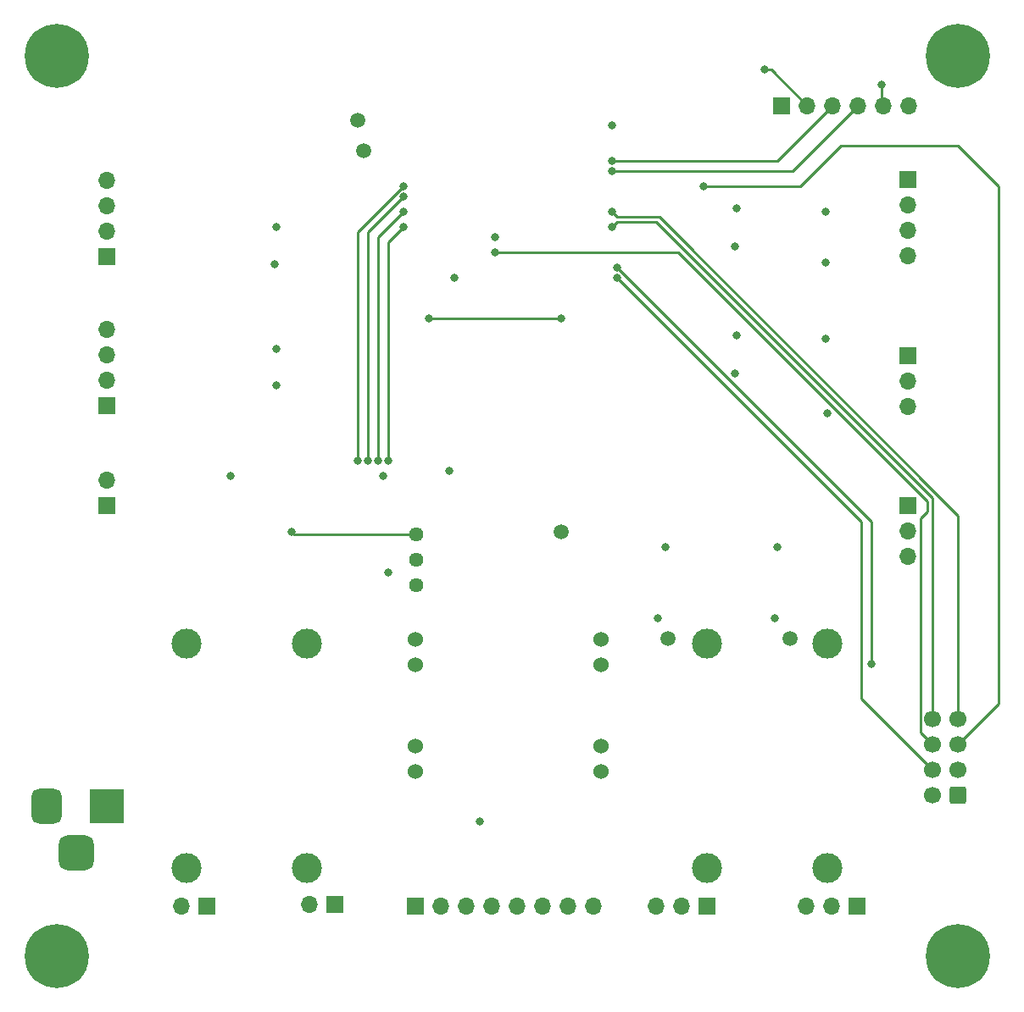
<source format=gbl>
G04 #@! TF.GenerationSoftware,KiCad,Pcbnew,6.0.7-f9a2dced07~116~ubuntu22.04.1*
G04 #@! TF.CreationDate,2022-09-08T14:06:49+01:00*
G04 #@! TF.ProjectId,rLab_Door,724c6162-5f44-46f6-9f72-2e6b69636164,rev?*
G04 #@! TF.SameCoordinates,Original*
G04 #@! TF.FileFunction,Copper,L4,Bot*
G04 #@! TF.FilePolarity,Positive*
%FSLAX46Y46*%
G04 Gerber Fmt 4.6, Leading zero omitted, Abs format (unit mm)*
G04 Created by KiCad (PCBNEW 6.0.7-f9a2dced07~116~ubuntu22.04.1) date 2022-09-08 14:06:49*
%MOMM*%
%LPD*%
G01*
G04 APERTURE LIST*
G04 Aperture macros list*
%AMRoundRect*
0 Rectangle with rounded corners*
0 $1 Rounding radius*
0 $2 $3 $4 $5 $6 $7 $8 $9 X,Y pos of 4 corners*
0 Add a 4 corners polygon primitive as box body*
4,1,4,$2,$3,$4,$5,$6,$7,$8,$9,$2,$3,0*
0 Add four circle primitives for the rounded corners*
1,1,$1+$1,$2,$3*
1,1,$1+$1,$4,$5*
1,1,$1+$1,$6,$7*
1,1,$1+$1,$8,$9*
0 Add four rect primitives between the rounded corners*
20,1,$1+$1,$2,$3,$4,$5,0*
20,1,$1+$1,$4,$5,$6,$7,0*
20,1,$1+$1,$6,$7,$8,$9,0*
20,1,$1+$1,$8,$9,$2,$3,0*%
G04 Aperture macros list end*
G04 #@! TA.AperFunction,ComponentPad*
%ADD10C,3.000000*%
G04 #@! TD*
G04 #@! TA.AperFunction,ComponentPad*
%ADD11C,1.440000*%
G04 #@! TD*
G04 #@! TA.AperFunction,ComponentPad*
%ADD12R,1.700000X1.700000*%
G04 #@! TD*
G04 #@! TA.AperFunction,ComponentPad*
%ADD13O,1.700000X1.700000*%
G04 #@! TD*
G04 #@! TA.AperFunction,ComponentPad*
%ADD14C,0.800000*%
G04 #@! TD*
G04 #@! TA.AperFunction,ComponentPad*
%ADD15C,6.400000*%
G04 #@! TD*
G04 #@! TA.AperFunction,ComponentPad*
%ADD16C,1.524000*%
G04 #@! TD*
G04 #@! TA.AperFunction,ComponentPad*
%ADD17R,3.500000X3.500000*%
G04 #@! TD*
G04 #@! TA.AperFunction,ComponentPad*
%ADD18RoundRect,0.750000X-0.750000X-1.000000X0.750000X-1.000000X0.750000X1.000000X-0.750000X1.000000X0*%
G04 #@! TD*
G04 #@! TA.AperFunction,ComponentPad*
%ADD19RoundRect,0.875000X-0.875000X-0.875000X0.875000X-0.875000X0.875000X0.875000X-0.875000X0.875000X0*%
G04 #@! TD*
G04 #@! TA.AperFunction,ComponentPad*
%ADD20RoundRect,0.250000X0.600000X0.600000X-0.600000X0.600000X-0.600000X-0.600000X0.600000X-0.600000X0*%
G04 #@! TD*
G04 #@! TA.AperFunction,ComponentPad*
%ADD21C,1.700000*%
G04 #@! TD*
G04 #@! TA.AperFunction,ViaPad*
%ADD22C,0.800000*%
G04 #@! TD*
G04 #@! TA.AperFunction,ViaPad*
%ADD23C,1.500000*%
G04 #@! TD*
G04 #@! TA.AperFunction,Conductor*
%ADD24C,0.250000*%
G04 #@! TD*
G04 APERTURE END LIST*
D10*
G04 #@! TO.P,F3,1*
G04 #@! TO.N,OPEN_1_12*
X170000000Y-136250000D03*
G04 #@! TO.P,F3,2*
G04 #@! TO.N,Net-(F3-Pad2)*
X170000000Y-113750000D03*
G04 #@! TD*
D11*
G04 #@! TO.P,RV1,1,1*
G04 #@! TO.N,Net-(R3-Pad2)*
X140970000Y-102860000D03*
G04 #@! TO.P,RV1,2,2*
X140970000Y-105400000D03*
G04 #@! TO.P,RV1,3,3*
G04 #@! TO.N,GND*
X140970000Y-107940000D03*
G04 #@! TD*
D12*
G04 #@! TO.P,J11,1,Pin_1*
G04 #@! TO.N,+3V3*
X177460000Y-60000000D03*
D13*
G04 #@! TO.P,J11,2,Pin_2*
G04 #@! TO.N,GND*
X180000000Y-60000000D03*
G04 #@! TO.P,J11,3,Pin_3*
G04 #@! TO.N,TXDO_PROG*
X182540000Y-60000000D03*
G04 #@! TO.P,J11,4,Pin_4*
G04 #@! TO.N,RXDI_PROG*
X185080000Y-60000000D03*
G04 #@! TO.P,J11,5,Pin_5*
G04 #@! TO.N,RESET*
X187620000Y-60000000D03*
G04 #@! TO.P,J11,6,Pin_6*
G04 #@! TO.N,BOOT*
X190160000Y-60000000D03*
G04 #@! TD*
D14*
G04 #@! TO.P,REF\u002A\u002A,1*
G04 #@! TO.N,N/C*
X193302944Y-56697056D03*
X193302944Y-53302944D03*
D15*
X195000000Y-55000000D03*
D14*
X195000000Y-57400000D03*
X195000000Y-52600000D03*
X192600000Y-55000000D03*
X196697056Y-56697056D03*
X197400000Y-55000000D03*
X196697056Y-53302944D03*
G04 #@! TD*
D12*
G04 #@! TO.P,J13,1,Pin_1*
G04 #@! TO.N,V_IN*
X140840000Y-140000000D03*
D13*
G04 #@! TO.P,J13,2,Pin_2*
G04 #@! TO.N,V_BATT*
X143380000Y-140000000D03*
G04 #@! TO.P,J13,3,Pin_3*
G04 #@! TO.N,+5V*
X145920000Y-140000000D03*
G04 #@! TO.P,J13,4,Pin_4*
G04 #@! TO.N,+3V3*
X148460000Y-140000000D03*
G04 #@! TO.P,J13,5,Pin_5*
G04 #@! TO.N,OPEN_1_12*
X151000000Y-140000000D03*
G04 #@! TO.P,J13,6,Pin_6*
G04 #@! TO.N,OPEN_2_12*
X153540000Y-140000000D03*
G04 #@! TO.P,J13,7,Pin_7*
G04 #@! TO.N,GND*
X156080000Y-140000000D03*
G04 #@! TO.P,J13,8,Pin_8*
X158620000Y-140000000D03*
G04 #@! TD*
D12*
G04 #@! TO.P,J9,1,Pin_1*
G04 #@! TO.N,Net-(F1-Pad2)*
X120000000Y-140000000D03*
D13*
G04 #@! TO.P,J9,2,Pin_2*
G04 #@! TO.N,GND*
X117460000Y-140000000D03*
G04 #@! TD*
D12*
G04 #@! TO.P,J1,1,Pin_1*
G04 #@! TO.N,+12V*
X170000000Y-140000000D03*
D13*
G04 #@! TO.P,J1,2,Pin_2*
G04 #@! TO.N,OPEN_1_12*
X167460000Y-140000000D03*
G04 #@! TO.P,J1,3,Pin_3*
G04 #@! TO.N,GND*
X164920000Y-140000000D03*
G04 #@! TD*
D10*
G04 #@! TO.P,F1,1*
G04 #@! TO.N,Net-(D1-Pad2)*
X118000000Y-113750000D03*
G04 #@! TO.P,F1,2*
G04 #@! TO.N,Net-(F1-Pad2)*
X118000000Y-136250000D03*
G04 #@! TD*
D14*
G04 #@! TO.P,REF\u002A\u002A,1*
G04 #@! TO.N,N/C*
X103302944Y-56697056D03*
X106697056Y-56697056D03*
X102600000Y-55000000D03*
D15*
X105000000Y-55000000D03*
D14*
X105000000Y-57400000D03*
X103302944Y-53302944D03*
X107400000Y-55000000D03*
X106697056Y-53302944D03*
X105000000Y-52600000D03*
G04 #@! TD*
D12*
G04 #@! TO.P,J3,1,Pin_1*
G04 #@! TO.N,+5V*
X190000000Y-85000000D03*
D13*
G04 #@! TO.P,J3,2,Pin_2*
G04 #@! TO.N,NPX_1_5*
X190000000Y-87540000D03*
G04 #@! TO.P,J3,3,Pin_3*
G04 #@! TO.N,GND*
X190000000Y-90080000D03*
G04 #@! TD*
D12*
G04 #@! TO.P,J5,1,Pin_1*
G04 #@! TO.N,+5V*
X110000000Y-90000000D03*
D13*
G04 #@! TO.P,J5,2,Pin_2*
G04 #@! TO.N,WG_D1_5*
X110000000Y-87460000D03*
G04 #@! TO.P,J5,3,Pin_3*
G04 #@! TO.N,WG_D0_5*
X110000000Y-84920000D03*
G04 #@! TO.P,J5,4,Pin_4*
G04 #@! TO.N,GND*
X110000000Y-82380000D03*
G04 #@! TD*
D10*
G04 #@! TO.P,F4,1*
G04 #@! TO.N,OPEN_2_12*
X182000000Y-136250000D03*
G04 #@! TO.P,F4,2*
G04 #@! TO.N,Net-(F4-Pad2)*
X182000000Y-113750000D03*
G04 #@! TD*
G04 #@! TO.P,F2,1*
G04 #@! TO.N,V_BATT*
X130000000Y-113750000D03*
G04 #@! TO.P,F2,2*
G04 #@! TO.N,Net-(F2-Pad2)*
X130000000Y-136250000D03*
G04 #@! TD*
D12*
G04 #@! TO.P,J8,1,Pin_1*
G04 #@! TO.N,TAMPER*
X110000000Y-100000000D03*
D13*
G04 #@! TO.P,J8,2,Pin_2*
G04 #@! TO.N,GND*
X110000000Y-97460000D03*
G04 #@! TD*
D12*
G04 #@! TO.P,J7,1,Pin_1*
G04 #@! TO.N,+5V*
X190000000Y-67380000D03*
D13*
G04 #@! TO.P,J7,2,Pin_2*
G04 #@! TO.N,SCL_DISP_5*
X190000000Y-69920000D03*
G04 #@! TO.P,J7,3,Pin_3*
G04 #@! TO.N,SDA_DISP_5*
X190000000Y-72460000D03*
G04 #@! TO.P,J7,4,Pin_4*
G04 #@! TO.N,GND*
X190000000Y-75000000D03*
G04 #@! TD*
D12*
G04 #@! TO.P,J2,1,Pin_1*
G04 #@! TO.N,+12V*
X185000000Y-140000000D03*
D13*
G04 #@! TO.P,J2,2,Pin_2*
G04 #@! TO.N,OPEN_2_12*
X182460000Y-140000000D03*
G04 #@! TO.P,J2,3,Pin_3*
G04 #@! TO.N,GND*
X179920000Y-140000000D03*
G04 #@! TD*
D16*
G04 #@! TO.P,U1,1,IN+*
G04 #@! TO.N,+12V*
X140856000Y-124064000D03*
X140856000Y-126604000D03*
G04 #@! TO.P,U1,2,IN-*
G04 #@! TO.N,GND*
X140856000Y-115936000D03*
X140856000Y-113396000D03*
G04 #@! TO.P,U1,3,OUT+*
G04 #@! TO.N,+5V*
X159398000Y-126604000D03*
X159398000Y-124064000D03*
G04 #@! TO.P,U1,4,OUT-*
G04 #@! TO.N,GND*
X159398000Y-113396000D03*
X159398000Y-115936000D03*
G04 #@! TD*
D12*
G04 #@! TO.P,J6,1,Pin_1*
G04 #@! TO.N,+5V*
X110000000Y-75080000D03*
D13*
G04 #@! TO.P,J6,2,Pin_2*
G04 #@! TO.N,RXDI_NFC_5*
X110000000Y-72540000D03*
G04 #@! TO.P,J6,3,Pin_3*
G04 #@! TO.N,TXDO_NFC_5*
X110000000Y-70000000D03*
G04 #@! TO.P,J6,4,Pin_4*
G04 #@! TO.N,GND*
X110000000Y-67460000D03*
G04 #@! TD*
D14*
G04 #@! TO.P,REF\u002A\u002A,1*
G04 #@! TO.N,N/C*
X195000000Y-142600000D03*
X192600000Y-145000000D03*
X193302944Y-146697056D03*
X196697056Y-146697056D03*
X197400000Y-145000000D03*
X195000000Y-147400000D03*
X196697056Y-143302944D03*
D15*
X195000000Y-145000000D03*
D14*
X193302944Y-143302944D03*
G04 #@! TD*
D17*
G04 #@! TO.P,J14,1*
G04 #@! TO.N,Net-(F1-Pad2)*
X110000000Y-130000000D03*
D18*
G04 #@! TO.P,J14,2*
G04 #@! TO.N,GND*
X104000000Y-130000000D03*
D19*
G04 #@! TO.P,J14,3*
G04 #@! TO.N,N/C*
X107000000Y-134700000D03*
G04 #@! TD*
D12*
G04 #@! TO.P,J4,1,Pin_1*
G04 #@! TO.N,+5V*
X190000000Y-100000000D03*
D13*
G04 #@! TO.P,J4,2,Pin_2*
G04 #@! TO.N,NPX_2_5*
X190000000Y-102540000D03*
G04 #@! TO.P,J4,3,Pin_3*
G04 #@! TO.N,GND*
X190000000Y-105080000D03*
G04 #@! TD*
D20*
G04 #@! TO.P,J12,1,Pin_1*
G04 #@! TO.N,GND*
X195062500Y-128905000D03*
D21*
G04 #@! TO.P,J12,2,Pin_2*
G04 #@! TO.N,+5V*
X192522500Y-128905000D03*
G04 #@! TO.P,J12,3,Pin_3*
G04 #@! TO.N,PI_POWERED*
X195062500Y-126365000D03*
G04 #@! TO.P,J12,4,Pin_4*
G04 #@! TO.N,PI_HEARTBEAT*
X192522500Y-126365000D03*
G04 #@! TO.P,J12,5,Pin_5*
G04 #@! TO.N,PI_OPEN_CMD_1*
X195062500Y-123825000D03*
G04 #@! TO.P,J12,6,Pin_6*
G04 #@! TO.N,PI_OPEN_CMD_2*
X192522500Y-123825000D03*
G04 #@! TO.P,J12,7,Pin_7*
G04 #@! TO.N,RXDI_PI*
X195062500Y-121285000D03*
G04 #@! TO.P,J12,8,Pin_8*
G04 #@! TO.N,TXDO_PI*
X192522500Y-121285000D03*
G04 #@! TD*
D14*
G04 #@! TO.P,REF\u002A\u002A,1*
G04 #@! TO.N,N/C*
X103302944Y-146697056D03*
X105000000Y-147400000D03*
X107400000Y-145000000D03*
D15*
X105000000Y-145000000D03*
D14*
X106697056Y-146697056D03*
X106697056Y-143302944D03*
X105000000Y-142600000D03*
X103302944Y-143302944D03*
X102600000Y-145000000D03*
G04 #@! TD*
D12*
G04 #@! TO.P,J10,1,Pin_1*
G04 #@! TO.N,Net-(F2-Pad2)*
X132847000Y-139897000D03*
D13*
G04 #@! TO.P,J10,2,Pin_2*
G04 #@! TO.N,GND*
X130307000Y-139897000D03*
G04 #@! TD*
D22*
G04 #@! TO.N,+5V*
X181980212Y-90739810D03*
X181864000Y-75692000D03*
X181864000Y-83312000D03*
X138176000Y-106680000D03*
X181864000Y-70612000D03*
G04 #@! TO.N,GND*
X137668000Y-97028000D03*
X148844000Y-73152000D03*
D23*
X135128000Y-61468000D03*
D22*
X160528000Y-61976000D03*
X147320000Y-131572000D03*
X176784000Y-111252000D03*
X122428000Y-97028000D03*
X175768000Y-56388000D03*
X144780000Y-77216000D03*
X165100000Y-111252000D03*
G04 #@! TO.N,+3V3*
X172783000Y-86805000D03*
X172911000Y-82995000D03*
X126939000Y-87945000D03*
X144272000Y-96520000D03*
X126812000Y-75880000D03*
X172783000Y-74105000D03*
D23*
X135685000Y-64467000D03*
D22*
X165824500Y-104140000D03*
X126934000Y-84328000D03*
X127000000Y-72136000D03*
D23*
X155448000Y-102616000D03*
D22*
X177000500Y-104140000D03*
X172911000Y-70295000D03*
G04 #@! TO.N,RESET*
X187452000Y-57912000D03*
D23*
G04 #@! TO.N,+12V*
X178308000Y-113284000D03*
X166116000Y-113284000D03*
D22*
G04 #@! TO.N,TXDO_PROG*
X160528000Y-65532000D03*
G04 #@! TO.N,RXDI_PROG*
X160528000Y-66548000D03*
G04 #@! TO.N,PI_POWERED*
X186436000Y-115824000D03*
X161040299Y-76195701D03*
G04 #@! TO.N,PI_HEARTBEAT*
X161036000Y-77216000D03*
G04 #@! TO.N,PI_OPEN_CMD_1*
X169672000Y-68072000D03*
G04 #@! TO.N,PI_OPEN_CMD_2*
X148844000Y-74676000D03*
G04 #@! TO.N,RXDI_PI*
X160528000Y-70612000D03*
G04 #@! TO.N,TXDO_PI*
X160528000Y-72136000D03*
G04 #@! TO.N,Net-(R3-Pad2)*
X128524000Y-102616000D03*
G04 #@! TO.N,ADC_VIN*
X135128000Y-95504000D03*
X139700000Y-68072000D03*
G04 #@! TO.N,ADC_VBATT*
X136144000Y-95504000D03*
X139704299Y-69092299D03*
G04 #@! TO.N,ADC_V5*
X137160000Y-95504000D03*
X139700000Y-70612000D03*
G04 #@! TO.N,ADC_V3*
X139700000Y-72136000D03*
X138176000Y-95504000D03*
G04 #@! TO.N,OPEN_1*
X142240000Y-81280000D03*
X155448000Y-81280000D03*
G04 #@! TD*
D24*
G04 #@! TO.N,GND*
X176388000Y-56388000D02*
X175768000Y-56388000D01*
X180000000Y-60000000D02*
X176388000Y-56388000D01*
G04 #@! TO.N,RESET*
X187452000Y-57912000D02*
X187452000Y-59832000D01*
X187452000Y-59832000D02*
X187620000Y-60000000D01*
G04 #@! TO.N,TXDO_PROG*
X177008000Y-65532000D02*
X182540000Y-60000000D01*
X160528000Y-65532000D02*
X177008000Y-65532000D01*
G04 #@! TO.N,RXDI_PROG*
X160528000Y-66548000D02*
X178532000Y-66548000D01*
X178532000Y-66548000D02*
X185080000Y-60000000D01*
G04 #@! TO.N,PI_POWERED*
X186436000Y-101591402D02*
X161040299Y-76195701D01*
X186436000Y-115824000D02*
X186436000Y-101591402D01*
G04 #@! TO.N,PI_HEARTBEAT*
X185420000Y-101600000D02*
X185420000Y-119262500D01*
X185420000Y-119262500D02*
X192522500Y-126365000D01*
X161036000Y-77216000D02*
X185420000Y-101600000D01*
G04 #@! TO.N,PI_OPEN_CMD_1*
X169672000Y-68072000D02*
X179324000Y-68072000D01*
X183388000Y-64008000D02*
X195072000Y-64008000D01*
X195072000Y-64008000D02*
X199136000Y-68072000D01*
X199136000Y-119751500D02*
X195062500Y-123825000D01*
X179324000Y-68072000D02*
X183388000Y-64008000D01*
X199136000Y-68072000D02*
X199136000Y-119751500D01*
G04 #@! TO.N,PI_OPEN_CMD_2*
X167132000Y-74676000D02*
X192024000Y-99568000D01*
X192024000Y-99568000D02*
X192024000Y-100584000D01*
X191347500Y-122650000D02*
X192522500Y-123825000D01*
X192024000Y-100584000D02*
X191347500Y-101260500D01*
X191347500Y-101260500D02*
X191347500Y-122650000D01*
X148844000Y-74676000D02*
X167132000Y-74676000D01*
G04 #@! TO.N,RXDI_PI*
X195062500Y-100954810D02*
X195062500Y-121285000D01*
X161036000Y-71120000D02*
X165227690Y-71120000D01*
X165227690Y-71120000D02*
X195062500Y-100954810D01*
X160528000Y-70612000D02*
X161036000Y-71120000D01*
G04 #@! TO.N,TXDO_PI*
X192522500Y-121285000D02*
X192522500Y-99240655D01*
X192522500Y-99240655D02*
X164909845Y-71628000D01*
X161036000Y-71628000D02*
X160528000Y-72136000D01*
X164909845Y-71628000D02*
X161036000Y-71628000D01*
G04 #@! TO.N,Net-(R3-Pad2)*
X128524000Y-102616000D02*
X128768000Y-102860000D01*
X128768000Y-102860000D02*
X140970000Y-102860000D01*
G04 #@! TO.N,ADC_VIN*
X135128000Y-95504000D02*
X135128000Y-72644000D01*
X135128000Y-72644000D02*
X139700000Y-68072000D01*
G04 #@! TO.N,ADC_VBATT*
X136144000Y-72644000D02*
X139695701Y-69092299D01*
X136144000Y-95504000D02*
X136144000Y-72644000D01*
X139695701Y-69092299D02*
X139704299Y-69092299D01*
G04 #@! TO.N,ADC_V5*
X137160000Y-73152000D02*
X139700000Y-70612000D01*
X137160000Y-95504000D02*
X137160000Y-73152000D01*
G04 #@! TO.N,ADC_V3*
X138176000Y-95504000D02*
X138176000Y-73660000D01*
X138176000Y-73660000D02*
X139700000Y-72136000D01*
G04 #@! TO.N,OPEN_1*
X142240000Y-81280000D02*
X155448000Y-81280000D01*
G04 #@! TD*
M02*

</source>
